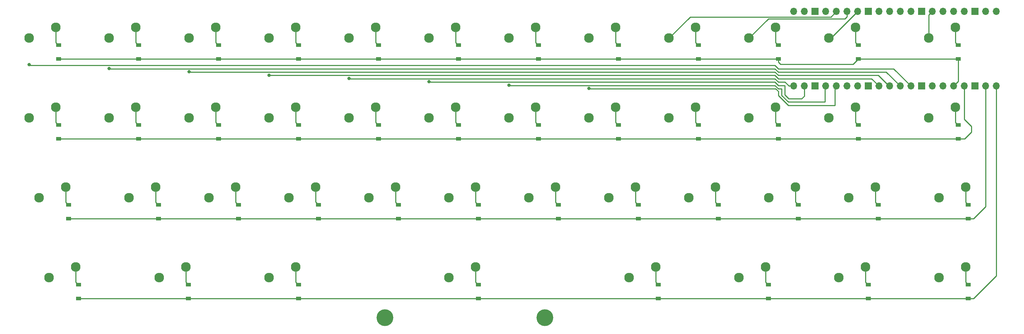
<source format=gbr>
%TF.GenerationSoftware,KiCad,Pcbnew,7.0.9*%
%TF.CreationDate,2024-02-13T22:10:24+01:00*%
%TF.ProjectId,bratski_keyboard,62726174-736b-4695-9f6b-6579626f6172,rev?*%
%TF.SameCoordinates,Original*%
%TF.FileFunction,Copper,L2,Bot*%
%TF.FilePolarity,Positive*%
%FSLAX46Y46*%
G04 Gerber Fmt 4.6, Leading zero omitted, Abs format (unit mm)*
G04 Created by KiCad (PCBNEW 7.0.9) date 2024-02-13 22:10:24*
%MOMM*%
%LPD*%
G01*
G04 APERTURE LIST*
%TA.AperFunction,ComponentPad*%
%ADD10C,2.300000*%
%TD*%
%TA.AperFunction,ComponentPad*%
%ADD11C,4.000000*%
%TD*%
%TA.AperFunction,SMDPad,CuDef*%
%ADD12R,1.200000X0.900000*%
%TD*%
%TA.AperFunction,ComponentPad*%
%ADD13O,1.700000X1.700000*%
%TD*%
%TA.AperFunction,ComponentPad*%
%ADD14R,1.700000X1.700000*%
%TD*%
%TA.AperFunction,ViaPad*%
%ADD15C,0.800000*%
%TD*%
%TA.AperFunction,Conductor*%
%ADD16C,0.250000*%
%TD*%
G04 APERTURE END LIST*
D10*
%TO.P,SW42,1,1*%
%TO.N,COL9*%
X205581250Y-107950000D03*
%TO.P,SW42,2,2*%
%TO.N,Net-(D42-Pad2)*%
X211931250Y-105410000D03*
%TD*%
%TO.P,SW9,1,1*%
%TO.N,COL8*%
X188912500Y-50800000D03*
%TO.P,SW9,2,2*%
%TO.N,Net-(D9-Pad2)*%
X195262500Y-48260000D03*
%TD*%
%TO.P,SW5,1,1*%
%TO.N,COL4*%
X112712500Y-50800000D03*
%TO.P,SW5,2,2*%
%TO.N,Net-(D5-Pad2)*%
X119062500Y-48260000D03*
%TD*%
%TO.P,SW24,1,1*%
%TO.N,COL11*%
X250825000Y-69850000D03*
%TO.P,SW24,2,2*%
%TO.N,Net-(D24-Pad2)*%
X257175000Y-67310000D03*
%TD*%
%TO.P,SW17,1,1*%
%TO.N,COL4*%
X112712500Y-69850000D03*
%TO.P,SW17,2,2*%
%TO.N,Net-(D17-Pad2)*%
X119062500Y-67310000D03*
%TD*%
%TO.P,SW27,1,1*%
%TO.N,COL2*%
X79375000Y-88900000D03*
%TO.P,SW27,2,2*%
%TO.N,Net-(D27-Pad2)*%
X85725000Y-86360000D03*
%TD*%
%TO.P,SW30,1,1*%
%TO.N,COL5*%
X136525000Y-88900000D03*
%TO.P,SW30,2,2*%
%TO.N,Net-(D30-Pad2)*%
X142875000Y-86360000D03*
%TD*%
%TO.P,SW39,1,1*%
%TO.N,COL3*%
X93662500Y-107950000D03*
%TO.P,SW39,2,2*%
%TO.N,Net-(D39-Pad2)*%
X100012500Y-105410000D03*
%TD*%
%TO.P,SW6,1,1*%
%TO.N,COL5*%
X131762500Y-50800000D03*
%TO.P,SW6,2,2*%
%TO.N,Net-(D6-Pad2)*%
X138112500Y-48260000D03*
%TD*%
%TO.P,SW11,1,1*%
%TO.N,COL10*%
X227012500Y-50800000D03*
%TO.P,SW11,2,2*%
%TO.N,Net-(D11-Pad2)*%
X233362500Y-48260000D03*
%TD*%
%TO.P,SW13,1,1*%
%TO.N,COL0*%
X36512500Y-69850000D03*
%TO.P,SW13,2,2*%
%TO.N,Net-(D13-Pad2)*%
X42862500Y-67310000D03*
%TD*%
%TO.P,SW35,2,2*%
%TO.N,Net-(D35-Pad2)*%
X238125000Y-86360000D03*
%TO.P,SW35,1,1*%
%TO.N,COL10*%
X231775000Y-88900000D03*
%TD*%
%TO.P,SW44,1,1*%
%TO.N,COL11*%
X253206250Y-107950000D03*
%TO.P,SW44,2,2*%
%TO.N,Net-(D44-Pad2)*%
X259556250Y-105410000D03*
%TD*%
%TO.P,SW38,1,1*%
%TO.N,COL1*%
X67468750Y-107950000D03*
%TO.P,SW38,2,2*%
%TO.N,Net-(D38-Pad2)*%
X73818750Y-105410000D03*
%TD*%
%TO.P,SW29,1,1*%
%TO.N,COL4*%
X117475000Y-88900000D03*
%TO.P,SW29,2,2*%
%TO.N,Net-(D29-Pad2)*%
X123825000Y-86360000D03*
%TD*%
%TO.P,SW22,1,1*%
%TO.N,COL9*%
X207962500Y-69850000D03*
%TO.P,SW22,2,2*%
%TO.N,Net-(D22-Pad2)*%
X214312500Y-67310000D03*
%TD*%
%TO.P,SW31,1,1*%
%TO.N,COL6*%
X155575000Y-88900000D03*
%TO.P,SW31,2,2*%
%TO.N,Net-(D31-Pad2)*%
X161925000Y-86360000D03*
%TD*%
%TO.P,SW1,1,1*%
%TO.N,COL0*%
X36512500Y-50800000D03*
%TO.P,SW1,2,2*%
%TO.N,Net-(D1-Pad2)*%
X42862500Y-48260000D03*
%TD*%
%TO.P,SW10,1,1*%
%TO.N,COL9*%
X207962500Y-50800000D03*
%TO.P,SW10,2,2*%
%TO.N,Net-(D10-Pad2)*%
X214312500Y-48260000D03*
%TD*%
%TO.P,SW19,1,1*%
%TO.N,COL6*%
X150812500Y-69850000D03*
%TO.P,SW19,2,2*%
%TO.N,Net-(D19-Pad2)*%
X157162500Y-67310000D03*
%TD*%
%TO.P,SW37,1,1*%
%TO.N,COL0*%
X41275000Y-107950000D03*
%TO.P,SW37,2,2*%
%TO.N,Net-(D37-Pad2)*%
X47625000Y-105410000D03*
%TD*%
%TO.P,SW18,1,1*%
%TO.N,COL5*%
X131762500Y-69850000D03*
%TO.P,SW18,2,2*%
%TO.N,Net-(D18-Pad2)*%
X138112500Y-67310000D03*
%TD*%
%TO.P,SW12,1,1*%
%TO.N,COL11*%
X250825000Y-50800000D03*
%TO.P,SW12,2,2*%
%TO.N,Net-(D12-Pad2)*%
X257175000Y-48260000D03*
%TD*%
%TO.P,SW8,1,1*%
%TO.N,COL7*%
X169862500Y-50800000D03*
%TO.P,SW8,2,2*%
%TO.N,Net-(D8-Pad2)*%
X176212500Y-48260000D03*
%TD*%
%TO.P,SW21,1,1*%
%TO.N,COL8*%
X188912500Y-69850000D03*
%TO.P,SW21,2,2*%
%TO.N,Net-(D21-Pad2)*%
X195262500Y-67310000D03*
%TD*%
%TO.P,SW43,1,1*%
%TO.N,COL10*%
X229393750Y-107950000D03*
%TO.P,SW43,2,2*%
%TO.N,Net-(D43-Pad2)*%
X235743750Y-105410000D03*
%TD*%
%TO.P,SW16,1,1*%
%TO.N,COL3*%
X93662500Y-69850000D03*
%TO.P,SW16,2,2*%
%TO.N,Net-(D16-Pad2)*%
X100012500Y-67310000D03*
%TD*%
%TO.P,SW3,1,1*%
%TO.N,COL2*%
X74612500Y-50800000D03*
%TO.P,SW3,2,2*%
%TO.N,Net-(D3-Pad2)*%
X80962500Y-48260000D03*
%TD*%
%TO.P,SW40,1,1*%
%TO.N,COL5*%
X136525000Y-107950000D03*
%TO.P,SW40,2,2*%
%TO.N,Net-(D40-Pad2)*%
X142875000Y-105410000D03*
%TD*%
%TO.P,SW25,1,1*%
%TO.N,COL0*%
X38893750Y-88900000D03*
%TO.P,SW25,2,2*%
%TO.N,Net-(D25-Pad2)*%
X45243750Y-86360000D03*
%TD*%
%TO.P,SW36,1,1*%
%TO.N,COL11*%
X253206250Y-88900000D03*
%TO.P,SW36,2,2*%
%TO.N,Net-(D36-Pad2)*%
X259556250Y-86360000D03*
%TD*%
%TO.P,SW32,1,1*%
%TO.N,COL7*%
X174625000Y-88900000D03*
%TO.P,SW32,2,2*%
%TO.N,Net-(D32-Pad2)*%
X180975000Y-86360000D03*
%TD*%
%TO.P,SW4,1,1*%
%TO.N,COL3*%
X93662500Y-50800000D03*
%TO.P,SW4,2,2*%
%TO.N,Net-(D4-Pad2)*%
X100012500Y-48260000D03*
%TD*%
%TO.P,SW15,1,1*%
%TO.N,COL2*%
X74612500Y-69850000D03*
%TO.P,SW15,2,2*%
%TO.N,Net-(D15-Pad2)*%
X80962500Y-67310000D03*
%TD*%
%TO.P,SW23,1,1*%
%TO.N,COL10*%
X227012500Y-69850000D03*
%TO.P,SW23,2,2*%
%TO.N,Net-(D23-Pad2)*%
X233362500Y-67310000D03*
%TD*%
%TO.P,SW2,1,1*%
%TO.N,COL1*%
X55562500Y-50800000D03*
%TO.P,SW2,2,2*%
%TO.N,Net-(D2-Pad2)*%
X61912500Y-48260000D03*
%TD*%
%TO.P,SW26,1,1*%
%TO.N,COL1*%
X60325000Y-88900000D03*
%TO.P,SW26,2,2*%
%TO.N,Net-(D26-Pad2)*%
X66675000Y-86360000D03*
%TD*%
%TO.P,SW14,1,1*%
%TO.N,COL1*%
X55562500Y-69850000D03*
%TO.P,SW14,2,2*%
%TO.N,Net-(D14-Pad2)*%
X61912500Y-67310000D03*
%TD*%
%TO.P,SW20,1,1*%
%TO.N,COL7*%
X169862500Y-69850000D03*
%TO.P,SW20,2,2*%
%TO.N,Net-(D20-Pad2)*%
X176212500Y-67310000D03*
%TD*%
%TO.P,SW34,1,1*%
%TO.N,COL9*%
X212725000Y-88900000D03*
%TO.P,SW34,2,2*%
%TO.N,Net-(D34-Pad2)*%
X219075000Y-86360000D03*
%TD*%
%TO.P,SW33,1,1*%
%TO.N,COL8*%
X193675000Y-88900000D03*
%TO.P,SW33,2,2*%
%TO.N,Net-(D33-Pad2)*%
X200025000Y-86360000D03*
%TD*%
%TO.P,SW28,1,1*%
%TO.N,COL3*%
X98425000Y-88900000D03*
%TO.P,SW28,2,2*%
%TO.N,Net-(D28-Pad2)*%
X104775000Y-86360000D03*
%TD*%
%TO.P,SW41,1,1*%
%TO.N,COL7*%
X179387500Y-107950000D03*
%TO.P,SW41,2,2*%
%TO.N,Net-(D41-Pad2)*%
X185737500Y-105410000D03*
%TD*%
D11*
%TO.P,S1,*%
%TO.N,*%
X159385000Y-117475000D03*
X121285000Y-117475000D03*
%TD*%
D10*
%TO.P,SW7,1,1*%
%TO.N,COL6*%
X150812500Y-50800000D03*
%TO.P,SW7,2,2*%
%TO.N,Net-(D7-Pad2)*%
X157162500Y-48260000D03*
%TD*%
D12*
%TO.P,D10,1,K*%
%TO.N,ROW0*%
X214947500Y-55783750D03*
%TO.P,D10,2,A*%
%TO.N,Net-(D10-Pad2)*%
X214947500Y-52483750D03*
%TD*%
%TO.P,D16,1,K*%
%TO.N,ROW1*%
X100647500Y-74833750D03*
%TO.P,D16,2,A*%
%TO.N,Net-(D16-Pad2)*%
X100647500Y-71533750D03*
%TD*%
%TO.P,D19,1,K*%
%TO.N,ROW1*%
X157797500Y-74833750D03*
%TO.P,D19,2,A*%
%TO.N,Net-(D19-Pad2)*%
X157797500Y-71533750D03*
%TD*%
%TO.P,D7,1,K*%
%TO.N,ROW0*%
X157797500Y-55783750D03*
%TO.P,D7,2,A*%
%TO.N,Net-(D7-Pad2)*%
X157797500Y-52483750D03*
%TD*%
%TO.P,D34,1,K*%
%TO.N,ROW2*%
X219710000Y-93821250D03*
%TO.P,D34,2,A*%
%TO.N,Net-(D34-Pad2)*%
X219710000Y-90521250D03*
%TD*%
%TO.P,D1,1,K*%
%TO.N,ROW0*%
X43497500Y-55783750D03*
%TO.P,D1,2,A*%
%TO.N,Net-(D1-Pad2)*%
X43497500Y-52483750D03*
%TD*%
%TO.P,D43,1,K*%
%TO.N,ROW3*%
X236378750Y-112933750D03*
%TO.P,D43,2,A*%
%TO.N,Net-(D43-Pad2)*%
X236378750Y-109633750D03*
%TD*%
%TO.P,D24,1,K*%
%TO.N,ROW1*%
X257810000Y-74833750D03*
%TO.P,D24,2,A*%
%TO.N,Net-(D24-Pad2)*%
X257810000Y-71533750D03*
%TD*%
%TO.P,D40,1,K*%
%TO.N,ROW3*%
X143510000Y-112933750D03*
%TO.P,D40,2,A*%
%TO.N,Net-(D40-Pad2)*%
X143510000Y-109633750D03*
%TD*%
%TO.P,D31,1,K*%
%TO.N,ROW2*%
X162560000Y-93883750D03*
%TO.P,D31,2,A*%
%TO.N,Net-(D31-Pad2)*%
X162560000Y-90583750D03*
%TD*%
%TO.P,D22,1,K*%
%TO.N,ROW1*%
X214947500Y-74833750D03*
%TO.P,D22,2,A*%
%TO.N,Net-(D22-Pad2)*%
X214947500Y-71533750D03*
%TD*%
%TO.P,D2,1,K*%
%TO.N,ROW0*%
X62547500Y-55783750D03*
%TO.P,D2,2,A*%
%TO.N,Net-(D2-Pad2)*%
X62547500Y-52483750D03*
%TD*%
%TO.P,D27,1,K*%
%TO.N,ROW2*%
X86360000Y-93883750D03*
%TO.P,D27,2,A*%
%TO.N,Net-(D27-Pad2)*%
X86360000Y-90583750D03*
%TD*%
%TO.P,D3,1,K*%
%TO.N,ROW0*%
X81597500Y-55783750D03*
%TO.P,D3,2,A*%
%TO.N,Net-(D3-Pad2)*%
X81597500Y-52483750D03*
%TD*%
%TO.P,D29,1,K*%
%TO.N,ROW2*%
X124460000Y-93883750D03*
%TO.P,D29,2,A*%
%TO.N,Net-(D29-Pad2)*%
X124460000Y-90583750D03*
%TD*%
%TO.P,D44,1,K*%
%TO.N,ROW3*%
X260191250Y-112933750D03*
%TO.P,D44,2,A*%
%TO.N,Net-(D44-Pad2)*%
X260191250Y-109633750D03*
%TD*%
%TO.P,D12,1,K*%
%TO.N,ROW0*%
X257810000Y-55783750D03*
%TO.P,D12,2,A*%
%TO.N,Net-(D12-Pad2)*%
X257810000Y-52483750D03*
%TD*%
%TO.P,D14,1,K*%
%TO.N,ROW1*%
X62547500Y-74833750D03*
%TO.P,D14,2,A*%
%TO.N,Net-(D14-Pad2)*%
X62547500Y-71533750D03*
%TD*%
%TO.P,D30,1,K*%
%TO.N,ROW2*%
X143510000Y-93883750D03*
%TO.P,D30,2,A*%
%TO.N,Net-(D30-Pad2)*%
X143510000Y-90583750D03*
%TD*%
%TO.P,D8,1,K*%
%TO.N,ROW0*%
X176847500Y-55783750D03*
%TO.P,D8,2,A*%
%TO.N,Net-(D8-Pad2)*%
X176847500Y-52483750D03*
%TD*%
%TO.P,D41,1,K*%
%TO.N,ROW3*%
X186372500Y-112933750D03*
%TO.P,D41,2,A*%
%TO.N,Net-(D41-Pad2)*%
X186372500Y-109633750D03*
%TD*%
%TO.P,D37,1,K*%
%TO.N,ROW3*%
X48260000Y-112933750D03*
%TO.P,D37,2,A*%
%TO.N,Net-(D37-Pad2)*%
X48260000Y-109633750D03*
%TD*%
%TO.P,D20,1,K*%
%TO.N,ROW1*%
X176847500Y-74833750D03*
%TO.P,D20,2,A*%
%TO.N,Net-(D20-Pad2)*%
X176847500Y-71533750D03*
%TD*%
%TO.P,D35,1,K*%
%TO.N,ROW2*%
X238760000Y-93883750D03*
%TO.P,D35,2,A*%
%TO.N,Net-(D35-Pad2)*%
X238760000Y-90583750D03*
%TD*%
D13*
%TO.P,U1,1,GPIO0*%
%TO.N,ROW3*%
X266858750Y-62230000D03*
%TO.P,U1,2,GPIO1*%
%TO.N,ROW2*%
X264318750Y-62230000D03*
D14*
%TO.P,U1,3,GND*%
%TO.N,unconnected-(U1-Pad3)*%
X261778750Y-62230000D03*
D13*
%TO.P,U1,4,GPIO2*%
%TO.N,ROW1*%
X259238750Y-62230000D03*
%TO.P,U1,5,GPIO3*%
%TO.N,ROW0*%
X256698750Y-62230000D03*
%TO.P,U1,6,GPIO4*%
%TO.N,unconnected-(U1-Pad6)*%
X254158750Y-62230000D03*
%TO.P,U1,7,GPIO5*%
%TO.N,unconnected-(U1-Pad7)*%
X251618750Y-62230000D03*
D14*
%TO.P,U1,8,GND*%
%TO.N,unconnected-(U1-Pad8)*%
X249078750Y-62230000D03*
D13*
%TO.P,U1,9,GPIO6*%
%TO.N,COL0*%
X246538750Y-62230000D03*
%TO.P,U1,10,GPIO7*%
%TO.N,COL1*%
X243998750Y-62230000D03*
%TO.P,U1,11,GPIO8*%
%TO.N,COL2*%
X241458750Y-62230000D03*
%TO.P,U1,12,GPIO9*%
%TO.N,COL3*%
X238918750Y-62230000D03*
D14*
%TO.P,U1,13,GND*%
%TO.N,unconnected-(U1-Pad13)*%
X236378750Y-62230000D03*
D13*
%TO.P,U1,14,GPIO10*%
%TO.N,unconnected-(U1-Pad14)*%
X233838750Y-62230000D03*
%TO.P,U1,15,GPIO11*%
%TO.N,unconnected-(U1-Pad15)*%
X231298750Y-62230000D03*
%TO.P,U1,16,GPIO12*%
%TO.N,COL7*%
X228758750Y-62230000D03*
%TO.P,U1,17,GPIO13*%
%TO.N,COL6*%
X226218750Y-62230000D03*
D14*
%TO.P,U1,18,GND*%
%TO.N,unconnected-(U1-Pad18)*%
X223678750Y-62230000D03*
D13*
%TO.P,U1,19,GPIO14*%
%TO.N,COL5*%
X221138750Y-62230000D03*
%TO.P,U1,20,GPIO15*%
%TO.N,COL4*%
X218598750Y-62230000D03*
%TO.P,U1,21,GPIO16*%
%TO.N,unconnected-(U1-Pad21)*%
X218598750Y-44450000D03*
%TO.P,U1,22,GPIO17*%
%TO.N,unconnected-(U1-Pad22)*%
X221138750Y-44450000D03*
D14*
%TO.P,U1,23,GND*%
%TO.N,unconnected-(U1-Pad23)*%
X223678750Y-44450000D03*
D13*
%TO.P,U1,24,GPIO18*%
%TO.N,unconnected-(U1-Pad24)*%
X226218750Y-44450000D03*
%TO.P,U1,25,GPIO19*%
%TO.N,COL8*%
X228758750Y-44450000D03*
%TO.P,U1,26,GPIO20*%
%TO.N,COL9*%
X231298750Y-44450000D03*
%TO.P,U1,27,GPIO21*%
%TO.N,COL10*%
X233838750Y-44450000D03*
D14*
%TO.P,U1,28,GND*%
%TO.N,unconnected-(U1-Pad28)*%
X236378750Y-44450000D03*
D13*
%TO.P,U1,29,GPIO22*%
%TO.N,unconnected-(U1-Pad29)*%
X238918750Y-44450000D03*
%TO.P,U1,30,RUN*%
%TO.N,unconnected-(U1-Pad30)*%
X241458750Y-44450000D03*
%TO.P,U1,31,GPIO26_ADC0*%
%TO.N,unconnected-(U1-Pad31)*%
X243998750Y-44450000D03*
%TO.P,U1,32,GPIO27_ADC1*%
%TO.N,unconnected-(U1-Pad32)*%
X246538750Y-44450000D03*
D14*
%TO.P,U1,33,AGND*%
%TO.N,unconnected-(U1-Pad33)*%
X249078750Y-44450000D03*
D13*
%TO.P,U1,34,GPIO28_ADC2*%
%TO.N,COL11*%
X251618750Y-44450000D03*
%TO.P,U1,35,ADC_VREF*%
%TO.N,unconnected-(U1-Pad35)*%
X254158750Y-44450000D03*
%TO.P,U1,36,3V3*%
%TO.N,unconnected-(U1-Pad36)*%
X256698750Y-44450000D03*
%TO.P,U1,37,3V3_EN*%
%TO.N,unconnected-(U1-Pad37)*%
X259238750Y-44450000D03*
D14*
%TO.P,U1,38,GND*%
%TO.N,unconnected-(U1-Pad38)*%
X261778750Y-44450000D03*
D13*
%TO.P,U1,39,VSYS*%
%TO.N,unconnected-(U1-Pad39)*%
X264318750Y-44450000D03*
%TO.P,U1,40,VBUS*%
%TO.N,unconnected-(U1-Pad40)*%
X266858750Y-44450000D03*
%TD*%
D12*
%TO.P,D4,1,K*%
%TO.N,ROW0*%
X100647500Y-55783750D03*
%TO.P,D4,2,A*%
%TO.N,Net-(D4-Pad2)*%
X100647500Y-52483750D03*
%TD*%
%TO.P,D15,1,K*%
%TO.N,ROW1*%
X81597500Y-74833750D03*
%TO.P,D15,2,A*%
%TO.N,Net-(D15-Pad2)*%
X81597500Y-71533750D03*
%TD*%
%TO.P,D11,1,K*%
%TO.N,ROW0*%
X233997500Y-55783750D03*
%TO.P,D11,2,A*%
%TO.N,Net-(D11-Pad2)*%
X233997500Y-52483750D03*
%TD*%
%TO.P,D42,1,K*%
%TO.N,ROW3*%
X212566250Y-112933750D03*
%TO.P,D42,2,A*%
%TO.N,Net-(D42-Pad2)*%
X212566250Y-109633750D03*
%TD*%
%TO.P,D25,1,K*%
%TO.N,ROW2*%
X45878750Y-93883750D03*
%TO.P,D25,2,A*%
%TO.N,Net-(D25-Pad2)*%
X45878750Y-90583750D03*
%TD*%
%TO.P,D28,1,K*%
%TO.N,ROW2*%
X105410000Y-93821250D03*
%TO.P,D28,2,A*%
%TO.N,Net-(D28-Pad2)*%
X105410000Y-90521250D03*
%TD*%
%TO.P,D39,1,K*%
%TO.N,ROW3*%
X100647500Y-112933750D03*
%TO.P,D39,2,A*%
%TO.N,Net-(D39-Pad2)*%
X100647500Y-109633750D03*
%TD*%
%TO.P,D17,1,K*%
%TO.N,ROW1*%
X119697500Y-74833750D03*
%TO.P,D17,2,A*%
%TO.N,Net-(D17-Pad2)*%
X119697500Y-71533750D03*
%TD*%
%TO.P,D13,1,K*%
%TO.N,ROW1*%
X43497500Y-74833750D03*
%TO.P,D13,2,A*%
%TO.N,Net-(D13-Pad2)*%
X43497500Y-71533750D03*
%TD*%
%TO.P,D9,1,K*%
%TO.N,ROW0*%
X195897500Y-55783750D03*
%TO.P,D9,2,A*%
%TO.N,Net-(D9-Pad2)*%
X195897500Y-52483750D03*
%TD*%
%TO.P,D36,1,K*%
%TO.N,ROW2*%
X260191250Y-93883750D03*
%TO.P,D36,2,A*%
%TO.N,Net-(D36-Pad2)*%
X260191250Y-90583750D03*
%TD*%
%TO.P,D21,1,K*%
%TO.N,ROW1*%
X195897500Y-74833750D03*
%TO.P,D21,2,A*%
%TO.N,Net-(D21-Pad2)*%
X195897500Y-71533750D03*
%TD*%
%TO.P,D23,1,K*%
%TO.N,ROW1*%
X233997500Y-74833750D03*
%TO.P,D23,2,A*%
%TO.N,Net-(D23-Pad2)*%
X233997500Y-71533750D03*
%TD*%
%TO.P,D32,1,K*%
%TO.N,ROW2*%
X181610000Y-93883750D03*
%TO.P,D32,2,A*%
%TO.N,Net-(D32-Pad2)*%
X181610000Y-90583750D03*
%TD*%
%TO.P,D6,1,K*%
%TO.N,ROW0*%
X138747500Y-55783750D03*
%TO.P,D6,2,A*%
%TO.N,Net-(D6-Pad2)*%
X138747500Y-52483750D03*
%TD*%
%TO.P,D18,1,K*%
%TO.N,ROW1*%
X138747500Y-74833750D03*
%TO.P,D18,2,A*%
%TO.N,Net-(D18-Pad2)*%
X138747500Y-71533750D03*
%TD*%
%TO.P,D26,1,K*%
%TO.N,ROW2*%
X67310000Y-93883750D03*
%TO.P,D26,2,A*%
%TO.N,Net-(D26-Pad2)*%
X67310000Y-90583750D03*
%TD*%
%TO.P,D38,1,K*%
%TO.N,ROW3*%
X74453750Y-112933750D03*
%TO.P,D38,2,A*%
%TO.N,Net-(D38-Pad2)*%
X74453750Y-109633750D03*
%TD*%
%TO.P,D5,1,K*%
%TO.N,ROW0*%
X119697500Y-55783750D03*
%TO.P,D5,2,A*%
%TO.N,Net-(D5-Pad2)*%
X119697500Y-52483750D03*
%TD*%
%TO.P,D33,1,K*%
%TO.N,ROW2*%
X200660000Y-93883750D03*
%TO.P,D33,2,A*%
%TO.N,Net-(D33-Pad2)*%
X200660000Y-90583750D03*
%TD*%
D15*
%TO.N,COL0*%
X36512500Y-57150000D03*
%TO.N,COL1*%
X55562500Y-58033250D03*
%TO.N,COL2*%
X74612500Y-58827000D03*
%TO.N,COL3*%
X93662500Y-59620750D03*
%TO.N,COL4*%
X112712500Y-60414500D03*
%TO.N,COL5*%
X131762500Y-61208250D03*
%TO.N,COL6*%
X150812500Y-62002000D03*
%TO.N,COL7*%
X169862500Y-62795750D03*
%TD*%
D16*
%TO.N,Net-(D1-Pad2)*%
X42862500Y-48260000D02*
X42862500Y-51848750D01*
X42862500Y-51848750D02*
X43497500Y-52483750D01*
%TO.N,Net-(D2-Pad2)*%
X61912500Y-51848750D02*
X62547500Y-52483750D01*
X61912500Y-48260000D02*
X61912500Y-51848750D01*
%TO.N,Net-(D3-Pad2)*%
X80962500Y-51848750D02*
X81597500Y-52483750D01*
X80962500Y-48260000D02*
X80962500Y-51848750D01*
%TO.N,Net-(D4-Pad2)*%
X100012500Y-48260000D02*
X100012500Y-51848750D01*
X100012500Y-51848750D02*
X100647500Y-52483750D01*
%TO.N,Net-(D5-Pad2)*%
X119062500Y-48260000D02*
X119062500Y-51848750D01*
X119062500Y-51848750D02*
X119697500Y-52483750D01*
%TO.N,Net-(D6-Pad2)*%
X138112500Y-51848750D02*
X138747500Y-52483750D01*
X138112500Y-48260000D02*
X138112500Y-51848750D01*
%TO.N,Net-(D7-Pad2)*%
X157162500Y-48260000D02*
X157162500Y-51848750D01*
X157162500Y-51848750D02*
X157797500Y-52483750D01*
%TO.N,Net-(D8-Pad2)*%
X176212500Y-48260000D02*
X176212500Y-51848750D01*
X176212500Y-51848750D02*
X176847500Y-52483750D01*
%TO.N,Net-(D9-Pad2)*%
X195262500Y-51848750D02*
X195897500Y-52483750D01*
X195262500Y-48260000D02*
X195262500Y-51848750D01*
%TO.N,Net-(D10-Pad2)*%
X214312500Y-48260000D02*
X214312500Y-51848750D01*
X214312500Y-51848750D02*
X214947500Y-52483750D01*
%TO.N,Net-(D11-Pad2)*%
X233362500Y-51848750D02*
X233997500Y-52483750D01*
X233362500Y-48260000D02*
X233362500Y-51848750D01*
%TO.N,Net-(D12-Pad2)*%
X257175000Y-48260000D02*
X257175000Y-51848750D01*
X257175000Y-51848750D02*
X257810000Y-52483750D01*
%TO.N,Net-(D13-Pad2)*%
X42862500Y-67310000D02*
X42862500Y-70898750D01*
X42862500Y-70898750D02*
X43497500Y-71533750D01*
%TO.N,Net-(D14-Pad2)*%
X61912500Y-67310000D02*
X61912500Y-70898750D01*
X61912500Y-70898750D02*
X62547500Y-71533750D01*
%TO.N,Net-(D15-Pad2)*%
X80962500Y-70898750D02*
X81597500Y-71533750D01*
X80962500Y-67310000D02*
X80962500Y-70898750D01*
%TO.N,Net-(D16-Pad2)*%
X100012500Y-67310000D02*
X100012500Y-70898750D01*
X100012500Y-70898750D02*
X100647500Y-71533750D01*
%TO.N,Net-(D17-Pad2)*%
X119062500Y-70898750D02*
X119697500Y-71533750D01*
X119062500Y-67310000D02*
X119062500Y-70898750D01*
%TO.N,Net-(D18-Pad2)*%
X138112500Y-70898750D02*
X138747500Y-71533750D01*
X138112500Y-67310000D02*
X138112500Y-70898750D01*
%TO.N,Net-(D19-Pad2)*%
X157162500Y-67310000D02*
X157162500Y-70898750D01*
X157162500Y-70898750D02*
X157797500Y-71533750D01*
%TO.N,Net-(D20-Pad2)*%
X176212500Y-67310000D02*
X176212500Y-70898750D01*
X176212500Y-70898750D02*
X176847500Y-71533750D01*
%TO.N,Net-(D21-Pad2)*%
X195262500Y-70898750D02*
X195897500Y-71533750D01*
X195262500Y-67310000D02*
X195262500Y-70898750D01*
%TO.N,Net-(D22-Pad2)*%
X214312500Y-67310000D02*
X214312500Y-70898750D01*
X214312500Y-70898750D02*
X214947500Y-71533750D01*
%TO.N,Net-(D23-Pad2)*%
X233362500Y-70898750D02*
X233997500Y-71533750D01*
X233362500Y-67310000D02*
X233362500Y-70898750D01*
%TO.N,Net-(D24-Pad2)*%
X257175000Y-70898750D02*
X257810000Y-71533750D01*
X257175000Y-67310000D02*
X257175000Y-70898750D01*
%TO.N,Net-(D25-Pad2)*%
X45243750Y-86360000D02*
X45243750Y-89948750D01*
X45243750Y-89948750D02*
X45878750Y-90583750D01*
%TO.N,Net-(D26-Pad2)*%
X66675000Y-86360000D02*
X66675000Y-89948750D01*
X66675000Y-89948750D02*
X67310000Y-90583750D01*
%TO.N,Net-(D27-Pad2)*%
X85725000Y-86360000D02*
X85725000Y-89948750D01*
X85725000Y-89948750D02*
X86360000Y-90583750D01*
%TO.N,Net-(D28-Pad2)*%
X104775000Y-89886250D02*
X105410000Y-90521250D01*
X104775000Y-86360000D02*
X104775000Y-89886250D01*
%TO.N,Net-(D29-Pad2)*%
X123825000Y-89948750D02*
X124460000Y-90583750D01*
X123825000Y-86360000D02*
X123825000Y-89948750D01*
%TO.N,Net-(D30-Pad2)*%
X142875000Y-86360000D02*
X142875000Y-89948750D01*
X142875000Y-89948750D02*
X143510000Y-90583750D01*
%TO.N,Net-(D31-Pad2)*%
X161925000Y-89948750D02*
X162560000Y-90583750D01*
X161925000Y-86360000D02*
X161925000Y-89948750D01*
%TO.N,Net-(D32-Pad2)*%
X180975000Y-86360000D02*
X180975000Y-89948750D01*
X180975000Y-89948750D02*
X181610000Y-90583750D01*
%TO.N,Net-(D33-Pad2)*%
X200025000Y-86360000D02*
X200025000Y-89948750D01*
X200025000Y-89948750D02*
X200660000Y-90583750D01*
%TO.N,Net-(D34-Pad2)*%
X219075000Y-89886250D02*
X219710000Y-90521250D01*
X219075000Y-86360000D02*
X219075000Y-89886250D01*
%TO.N,Net-(D35-Pad2)*%
X238125000Y-86360000D02*
X238125000Y-89948750D01*
X238125000Y-89948750D02*
X238760000Y-90583750D01*
%TO.N,Net-(D36-Pad2)*%
X259556250Y-89948750D02*
X260191250Y-90583750D01*
X259556250Y-86360000D02*
X259556250Y-89948750D01*
%TO.N,Net-(D37-Pad2)*%
X47625000Y-108998750D02*
X48260000Y-109633750D01*
X47625000Y-105410000D02*
X47625000Y-108998750D01*
%TO.N,Net-(D38-Pad2)*%
X73818750Y-108998750D02*
X74453750Y-109633750D01*
X73818750Y-105410000D02*
X73818750Y-108998750D01*
%TO.N,Net-(D39-Pad2)*%
X100012500Y-108998750D02*
X100647500Y-109633750D01*
X100012500Y-105410000D02*
X100012500Y-108998750D01*
%TO.N,Net-(D40-Pad2)*%
X142875000Y-108998750D02*
X143510000Y-109633750D01*
X142875000Y-105410000D02*
X142875000Y-108998750D01*
%TO.N,Net-(D41-Pad2)*%
X185737500Y-105410000D02*
X185737500Y-108998750D01*
X185737500Y-108998750D02*
X186372500Y-109633750D01*
%TO.N,Net-(D42-Pad2)*%
X211931250Y-105410000D02*
X211931250Y-108998750D01*
X211931250Y-108998750D02*
X212566250Y-109633750D01*
%TO.N,Net-(D43-Pad2)*%
X235743750Y-105410000D02*
X235743750Y-108998750D01*
X235743750Y-108998750D02*
X236378750Y-109633750D01*
%TO.N,Net-(D44-Pad2)*%
X259556250Y-105410000D02*
X259556250Y-108998750D01*
X259556250Y-108998750D02*
X260191250Y-109633750D01*
%TO.N,ROW0*%
X157797500Y-55783750D02*
X176847500Y-55783750D01*
X138747500Y-55783750D02*
X157797500Y-55783750D01*
X257810000Y-61118750D02*
X257810000Y-55783750D01*
X195897500Y-55783750D02*
X214947500Y-55783750D01*
X119697500Y-55783750D02*
X138747500Y-55783750D01*
X232726250Y-57055000D02*
X233997500Y-55783750D01*
X176847500Y-55783750D02*
X195897500Y-55783750D01*
X256698750Y-62230000D02*
X257810000Y-61118750D01*
X233997500Y-55783750D02*
X257810000Y-55783750D01*
X215518750Y-57055000D02*
X232726250Y-57055000D01*
X214947500Y-56483750D02*
X215518750Y-57055000D01*
X62547500Y-55783750D02*
X81597500Y-55783750D01*
X81597500Y-55783750D02*
X100647500Y-55783750D01*
X43497500Y-55783750D02*
X62547500Y-55783750D01*
X214947500Y-55783750D02*
X214947500Y-56483750D01*
X100647500Y-55783750D02*
X119697500Y-55783750D01*
%TO.N,ROW1*%
X259335000Y-74833750D02*
X257810000Y-74833750D01*
X138747500Y-74833750D02*
X157797500Y-74833750D01*
X195897500Y-74833750D02*
X214947500Y-74833750D01*
X233997500Y-74833750D02*
X257810000Y-74833750D01*
X176847500Y-74833750D02*
X195897500Y-74833750D01*
X100647500Y-74833750D02*
X119697500Y-74833750D01*
X43497500Y-74833750D02*
X62547500Y-74833750D01*
X119697500Y-74833750D02*
X138747500Y-74833750D01*
X259238750Y-70145981D02*
X260965001Y-71872232D01*
X81597500Y-74833750D02*
X100647500Y-74833750D01*
X62547500Y-74833750D02*
X81597500Y-74833750D01*
X260965001Y-73203749D02*
X259335000Y-74833750D01*
X214947500Y-74833750D02*
X233997500Y-74833750D01*
X260965001Y-71872232D02*
X260965001Y-73203749D01*
X157797500Y-74833750D02*
X176847500Y-74833750D01*
X259238750Y-62230000D02*
X259238750Y-70145981D01*
%TO.N,ROW2*%
X67310000Y-93883750D02*
X45878750Y-93883750D01*
X105410000Y-93821250D02*
X86422500Y-93821250D01*
X86360000Y-93883750D02*
X67310000Y-93883750D01*
X219710000Y-93821250D02*
X200722500Y-93821250D01*
X264318750Y-62230000D02*
X264318750Y-90985269D01*
X260191250Y-93883750D02*
X238760000Y-93883750D01*
X200722500Y-93821250D02*
X200660000Y-93883750D01*
X162560000Y-93883750D02*
X143510000Y-93883750D01*
X105472500Y-93883750D02*
X105410000Y-93821250D01*
X238760000Y-93883750D02*
X219772500Y-93883750D01*
X264318750Y-90985269D02*
X261420269Y-93883750D01*
X124460000Y-93883750D02*
X105472500Y-93883750D01*
X219772500Y-93883750D02*
X219710000Y-93821250D01*
X143510000Y-93883750D02*
X124460000Y-93883750D01*
X200660000Y-93883750D02*
X181610000Y-93883750D01*
X261420269Y-93883750D02*
X260191250Y-93883750D01*
X181610000Y-93883750D02*
X162560000Y-93883750D01*
X86422500Y-93821250D02*
X86360000Y-93883750D01*
%TO.N,ROW3*%
X100647500Y-112933750D02*
X143510000Y-112933750D01*
X74453750Y-112933750D02*
X100647500Y-112933750D01*
X48260000Y-112933750D02*
X74453750Y-112933750D01*
X212566250Y-112933750D02*
X236378750Y-112933750D01*
X261420269Y-112933750D02*
X260191250Y-112933750D01*
X266858750Y-107495269D02*
X261420269Y-112933750D01*
X143510000Y-112933750D02*
X186372500Y-112933750D01*
X236378750Y-112933750D02*
X260191250Y-112933750D01*
X266858750Y-62230000D02*
X266858750Y-107495269D01*
X186372500Y-112933750D02*
X212566250Y-112933750D01*
%TO.N,COL0*%
X242411250Y-58102500D02*
X214947500Y-58102500D01*
X36671250Y-57308750D02*
X36512500Y-57150000D01*
X246538750Y-62230000D02*
X242411250Y-58102500D01*
X214153750Y-57308750D02*
X36671250Y-57308750D01*
X214947500Y-58102500D02*
X214153750Y-57308750D01*
%TO.N,COL1*%
X243998750Y-62230000D02*
X240665000Y-58896250D01*
X240665000Y-58896250D02*
X214947500Y-58896250D01*
X214153750Y-58102500D02*
X55631750Y-58102500D01*
X214947500Y-58896250D02*
X214153750Y-58102500D01*
X55631750Y-58102500D02*
X55562500Y-58033250D01*
%TO.N,COL2*%
X74681750Y-58896250D02*
X74612500Y-58827000D01*
X241458750Y-62230000D02*
X241300000Y-62230000D01*
X238760000Y-59690000D02*
X214947500Y-59690000D01*
X241300000Y-62230000D02*
X238760000Y-59690000D01*
X214153750Y-58896250D02*
X74681750Y-58896250D01*
X214947500Y-59690000D02*
X214153750Y-58896250D01*
%TO.N,COL3*%
X237172500Y-60483750D02*
X214947500Y-60483750D01*
X214153750Y-59690000D02*
X93731750Y-59690000D01*
X93731750Y-59690000D02*
X93662500Y-59620750D01*
X214947500Y-60483750D02*
X214153750Y-59690000D01*
X238918750Y-62230000D02*
X237172500Y-60483750D01*
%TO.N,COL4*%
X112781750Y-60483750D02*
X112712500Y-60414500D01*
X216535000Y-61277500D02*
X214947500Y-61277500D01*
X214153750Y-60483750D02*
X112781750Y-60483750D01*
X217487500Y-62230000D02*
X216535000Y-61277500D01*
X218598750Y-62230000D02*
X217487500Y-62230000D01*
X214947500Y-61277500D02*
X214153750Y-60483750D01*
%TO.N,COL5*%
X131831750Y-61277500D02*
X131762500Y-61208250D01*
X221138750Y-64611250D02*
X220503750Y-65246250D01*
X214947500Y-62071250D02*
X214153750Y-61277500D01*
X214153750Y-61277500D02*
X131831750Y-61277500D01*
X216535000Y-64316250D02*
X216535000Y-62071250D01*
X217465000Y-65246250D02*
X216535000Y-64316250D01*
X216535000Y-62071250D02*
X214947500Y-62071250D01*
X221138750Y-62230000D02*
X221138750Y-64611250D01*
X220503750Y-65246250D02*
X217465000Y-65246250D01*
%TO.N,COL6*%
X214947500Y-62865000D02*
X214153750Y-62071250D01*
X215741250Y-62865000D02*
X214947500Y-62865000D01*
X217328750Y-66040000D02*
X215741250Y-64452500D01*
X214153750Y-62071250D02*
X150881750Y-62071250D01*
X215741250Y-64452500D02*
X215741250Y-62865000D01*
X226218750Y-62230000D02*
X226060000Y-62388750D01*
X226060000Y-66040000D02*
X217328750Y-66040000D01*
X150881750Y-62071250D02*
X150812500Y-62002000D01*
X226060000Y-62388750D02*
X226060000Y-66040000D01*
%TO.N,COL7*%
X217328750Y-66833750D02*
X214947500Y-64452500D01*
X214311104Y-62865000D02*
X169931750Y-62865000D01*
X228441250Y-62547500D02*
X228441250Y-66833750D01*
X228441250Y-66833750D02*
X217328750Y-66833750D01*
X169931750Y-62865000D02*
X169862500Y-62795750D01*
X228758750Y-62230000D02*
X228441250Y-62547500D01*
X214947500Y-64452500D02*
X214947500Y-63501396D01*
X214947500Y-63501396D02*
X214311104Y-62865000D01*
%TO.N,COL8*%
X227462500Y-45746250D02*
X193966250Y-45746250D01*
X193966250Y-45746250D02*
X188912500Y-50800000D01*
X228758750Y-44450000D02*
X227462500Y-45746250D01*
%TO.N,COL9*%
X231298750Y-45720000D02*
X231298750Y-44450000D01*
X207962500Y-50800000D02*
X212566250Y-46196250D01*
X230822500Y-46196250D02*
X231298750Y-45720000D01*
X212566250Y-46196250D02*
X230822500Y-46196250D01*
%TO.N,COL10*%
X227012500Y-50800000D02*
X227488750Y-50800000D01*
X227488750Y-50800000D02*
X233838750Y-44450000D01*
%TO.N,COL11*%
X250825000Y-50800000D02*
X250825000Y-45243750D01*
X250825000Y-45243750D02*
X251618750Y-44450000D01*
%TD*%
M02*

</source>
